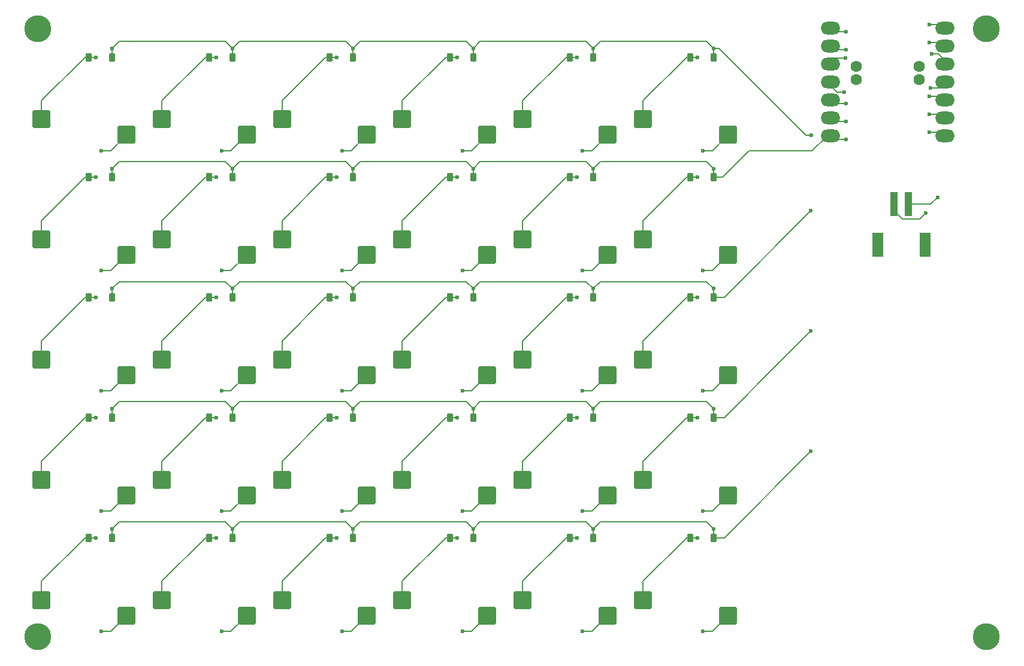
<source format=gbr>
%TF.GenerationSoftware,KiCad,Pcbnew,9.0.7*%
%TF.CreationDate,2026-01-26T14:59:17-06:00*%
%TF.ProjectId,LillyKey,4c696c6c-794b-4657-992e-6b696361645f,rev?*%
%TF.SameCoordinates,Original*%
%TF.FileFunction,Copper,L2,Bot*%
%TF.FilePolarity,Positive*%
%FSLAX46Y46*%
G04 Gerber Fmt 4.6, Leading zero omitted, Abs format (unit mm)*
G04 Created by KiCad (PCBNEW 9.0.7) date 2026-01-26 14:59:17*
%MOMM*%
%LPD*%
G01*
G04 APERTURE LIST*
G04 Aperture macros list*
%AMRoundRect*
0 Rectangle with rounded corners*
0 $1 Rounding radius*
0 $2 $3 $4 $5 $6 $7 $8 $9 X,Y pos of 4 corners*
0 Add a 4 corners polygon primitive as box body*
4,1,4,$2,$3,$4,$5,$6,$7,$8,$9,$2,$3,0*
0 Add four circle primitives for the rounded corners*
1,1,$1+$1,$2,$3*
1,1,$1+$1,$4,$5*
1,1,$1+$1,$6,$7*
1,1,$1+$1,$8,$9*
0 Add four rect primitives between the rounded corners*
20,1,$1+$1,$2,$3,$4,$5,0*
20,1,$1+$1,$4,$5,$6,$7,0*
20,1,$1+$1,$6,$7,$8,$9,0*
20,1,$1+$1,$8,$9,$2,$3,0*%
G04 Aperture macros list end*
%TA.AperFunction,SMDPad,CuDef*%
%ADD10RoundRect,0.250000X1.025000X1.000000X-1.025000X1.000000X-1.025000X-1.000000X1.025000X-1.000000X0*%
%TD*%
%TA.AperFunction,SMDPad,CuDef*%
%ADD11RoundRect,0.225000X-0.225000X-0.375000X0.225000X-0.375000X0.225000X0.375000X-0.225000X0.375000X0*%
%TD*%
%TA.AperFunction,SMDPad,CuDef*%
%ADD12R,0.990600X3.505200*%
%TD*%
%TA.AperFunction,SMDPad,CuDef*%
%ADD13R,1.498600X3.403600*%
%TD*%
%TA.AperFunction,ComponentPad*%
%ADD14C,3.800000*%
%TD*%
%TA.AperFunction,SMDPad,CuDef*%
%ADD15O,2.750000X1.800000*%
%TD*%
%TA.AperFunction,ComponentPad*%
%ADD16C,1.600000*%
%TD*%
%TA.AperFunction,ViaPad*%
%ADD17C,0.600000*%
%TD*%
%TA.AperFunction,Conductor*%
%ADD18C,0.200000*%
%TD*%
G04 APERTURE END LIST*
D10*
%TO.P,SW10,2,2*%
%TO.N,Net-(D10-A)*%
X76500000Y-54800000D03*
%TO.P,SW10,1,1*%
%TO.N,/COL3*%
X88500000Y-57000000D03*
%TD*%
%TO.P,SW30,2,2*%
%TO.N,Net-(D30-A)*%
X110500000Y-105800000D03*
%TO.P,SW30,1,1*%
%TO.N,/COL5*%
X122500000Y-108000000D03*
%TD*%
%TO.P,SW29,2,2*%
%TO.N,Net-(D29-A)*%
X93500000Y-105800000D03*
%TO.P,SW29,1,1*%
%TO.N,/COL4*%
X105500000Y-108000000D03*
%TD*%
%TO.P,SW28,2,2*%
%TO.N,Net-(D28-A)*%
X76500000Y-105800000D03*
%TO.P,SW28,1,1*%
%TO.N,/COL3*%
X88500000Y-108000000D03*
%TD*%
%TO.P,SW27,2,2*%
%TO.N,Net-(D27-A)*%
X59500000Y-105800000D03*
%TO.P,SW27,1,1*%
%TO.N,/COL2*%
X71500000Y-108000000D03*
%TD*%
%TO.P,SW26,2,2*%
%TO.N,Net-(D26-A)*%
X42500000Y-105800000D03*
%TO.P,SW26,1,1*%
%TO.N,/COL1*%
X54500000Y-108000000D03*
%TD*%
%TO.P,SW25,2,2*%
%TO.N,Net-(D25-A)*%
X25500000Y-105800000D03*
%TO.P,SW25,1,1*%
%TO.N,/COL0*%
X37500000Y-108000000D03*
%TD*%
%TO.P,SW24,2,2*%
%TO.N,Net-(D24-A)*%
X110500000Y-88800000D03*
%TO.P,SW24,1,1*%
%TO.N,/COL5*%
X122500000Y-91000000D03*
%TD*%
%TO.P,SW23,2,2*%
%TO.N,Net-(D23-A)*%
X93500000Y-88800000D03*
%TO.P,SW23,1,1*%
%TO.N,/COL4*%
X105500000Y-91000000D03*
%TD*%
%TO.P,SW22,2,2*%
%TO.N,Net-(D22-A)*%
X76500000Y-88800000D03*
%TO.P,SW22,1,1*%
%TO.N,/COL3*%
X88500000Y-91000000D03*
%TD*%
%TO.P,SW21,2,2*%
%TO.N,Net-(D21-A)*%
X59500000Y-88800000D03*
%TO.P,SW21,1,1*%
%TO.N,/COL2*%
X71500000Y-91000000D03*
%TD*%
%TO.P,SW20,2,2*%
%TO.N,Net-(D20-A)*%
X42500000Y-88800000D03*
%TO.P,SW20,1,1*%
%TO.N,/COL1*%
X54500000Y-91000000D03*
%TD*%
%TO.P,SW19,2,2*%
%TO.N,Net-(D19-A)*%
X25500000Y-88800000D03*
%TO.P,SW19,1,1*%
%TO.N,/COL0*%
X37500000Y-91000000D03*
%TD*%
%TO.P,SW18,2,2*%
%TO.N,Net-(D18-A)*%
X110500000Y-71800000D03*
%TO.P,SW18,1,1*%
%TO.N,/COL5*%
X122500000Y-74000000D03*
%TD*%
%TO.P,SW17,2,2*%
%TO.N,Net-(D17-A)*%
X93500000Y-71800000D03*
%TO.P,SW17,1,1*%
%TO.N,/COL4*%
X105500000Y-74000000D03*
%TD*%
%TO.P,SW16,2,2*%
%TO.N,Net-(D16-A)*%
X76500000Y-71800000D03*
%TO.P,SW16,1,1*%
%TO.N,/COL3*%
X88500000Y-74000000D03*
%TD*%
%TO.P,SW15,2,2*%
%TO.N,Net-(D15-A)*%
X59500000Y-71800000D03*
%TO.P,SW15,1,1*%
%TO.N,/COL2*%
X71500000Y-74000000D03*
%TD*%
%TO.P,SW14,2,2*%
%TO.N,Net-(D14-A)*%
X42500000Y-71800000D03*
%TO.P,SW14,1,1*%
%TO.N,/COL1*%
X54500000Y-74000000D03*
%TD*%
%TO.P,SW13,2,2*%
%TO.N,Net-(D13-A)*%
X25500000Y-71800000D03*
%TO.P,SW13,1,1*%
%TO.N,/COL0*%
X37500000Y-74000000D03*
%TD*%
%TO.P,SW12,2,2*%
%TO.N,Net-(D12-A)*%
X110500000Y-54800000D03*
%TO.P,SW12,1,1*%
%TO.N,/COL5*%
X122500000Y-57000000D03*
%TD*%
%TO.P,SW11,2,2*%
%TO.N,Net-(D11-A)*%
X93500000Y-54800000D03*
%TO.P,SW11,1,1*%
%TO.N,/COL4*%
X105500000Y-57000000D03*
%TD*%
%TO.P,SW9,2,2*%
%TO.N,Net-(D9-A)*%
X59500000Y-54800000D03*
%TO.P,SW9,1,1*%
%TO.N,/COL2*%
X71500000Y-57000000D03*
%TD*%
%TO.P,SW8,2,2*%
%TO.N,Net-(D8-A)*%
X42500000Y-54800000D03*
%TO.P,SW8,1,1*%
%TO.N,/COL1*%
X54500000Y-57000000D03*
%TD*%
%TO.P,SW7,2,2*%
%TO.N,Net-(D7-A)*%
X25500000Y-54800000D03*
%TO.P,SW7,1,1*%
%TO.N,/COL0*%
X37500000Y-57000000D03*
%TD*%
%TO.P,SW6,2,2*%
%TO.N,Net-(D6-A)*%
X110500000Y-37800000D03*
%TO.P,SW6,1,1*%
%TO.N,/COL5*%
X122500000Y-40000000D03*
%TD*%
%TO.P,SW5,2,2*%
%TO.N,Net-(D5-A)*%
X93500000Y-37800000D03*
%TO.P,SW5,1,1*%
%TO.N,/COL4*%
X105500000Y-40000000D03*
%TD*%
%TO.P,SW4,2,2*%
%TO.N,Net-(D4-A)*%
X76500000Y-37800000D03*
%TO.P,SW4,1,1*%
%TO.N,/COL3*%
X88500000Y-40000000D03*
%TD*%
%TO.P,SW3,2,2*%
%TO.N,Net-(D3-A)*%
X59500000Y-37800000D03*
%TO.P,SW3,1,1*%
%TO.N,/COL2*%
X71500000Y-40000000D03*
%TD*%
%TO.P,SW2,2,2*%
%TO.N,Net-(D2-A)*%
X42500000Y-37800000D03*
%TO.P,SW2,1,1*%
%TO.N,/COL1*%
X54500000Y-40000000D03*
%TD*%
%TO.P,SW1,2,2*%
%TO.N,Net-(D1-A)*%
X25500000Y-37800000D03*
%TO.P,SW1,1,1*%
%TO.N,/COL0*%
X37500000Y-40000000D03*
%TD*%
D11*
%TO.P,D2,2,A*%
%TO.N,Net-(D2-A)*%
X49200000Y-29000000D03*
%TO.P,D2,1,K*%
%TO.N,/ROW0*%
X52500000Y-29000000D03*
%TD*%
D12*
%TO.P,J1,2,Pin_2*%
%TO.N,GND*%
X145999999Y-49809999D03*
D13*
%TO.P,J1,4*%
%TO.N,N/C*%
X143649999Y-55560000D03*
D12*
%TO.P,J1,1,Pin_1*%
%TO.N,/VBAT*%
X148000001Y-49809999D03*
D13*
%TO.P,J1,3*%
%TO.N,N/C*%
X150350001Y-55560000D03*
%TD*%
D11*
%TO.P,D30,1,K*%
%TO.N,/ROW4*%
X120500000Y-97000000D03*
%TO.P,D30,2,A*%
%TO.N,Net-(D30-A)*%
X117200000Y-97000000D03*
%TD*%
%TO.P,D29,1,K*%
%TO.N,/ROW4*%
X103500000Y-97000000D03*
%TO.P,D29,2,A*%
%TO.N,Net-(D29-A)*%
X100200000Y-97000000D03*
%TD*%
%TO.P,D28,1,K*%
%TO.N,/ROW4*%
X86500000Y-97000000D03*
%TO.P,D28,2,A*%
%TO.N,Net-(D28-A)*%
X83200000Y-97000000D03*
%TD*%
%TO.P,D27,1,K*%
%TO.N,/ROW4*%
X69500000Y-97000000D03*
%TO.P,D27,2,A*%
%TO.N,Net-(D27-A)*%
X66200000Y-97000000D03*
%TD*%
%TO.P,D26,1,K*%
%TO.N,/ROW4*%
X52500000Y-97000000D03*
%TO.P,D26,2,A*%
%TO.N,Net-(D26-A)*%
X49200000Y-97000000D03*
%TD*%
%TO.P,D25,1,K*%
%TO.N,/ROW4*%
X35500000Y-97000000D03*
%TO.P,D25,2,A*%
%TO.N,Net-(D25-A)*%
X32200000Y-97000000D03*
%TD*%
%TO.P,D24,1,K*%
%TO.N,/ROW3*%
X120500000Y-80000000D03*
%TO.P,D24,2,A*%
%TO.N,Net-(D24-A)*%
X117200000Y-80000000D03*
%TD*%
%TO.P,D23,1,K*%
%TO.N,/ROW3*%
X103500000Y-80000000D03*
%TO.P,D23,2,A*%
%TO.N,Net-(D23-A)*%
X100200000Y-80000000D03*
%TD*%
%TO.P,D22,1,K*%
%TO.N,/ROW3*%
X86500000Y-80000000D03*
%TO.P,D22,2,A*%
%TO.N,Net-(D22-A)*%
X83200000Y-80000000D03*
%TD*%
%TO.P,D21,1,K*%
%TO.N,/ROW3*%
X69500000Y-80000000D03*
%TO.P,D21,2,A*%
%TO.N,Net-(D21-A)*%
X66200000Y-80000000D03*
%TD*%
%TO.P,D20,1,K*%
%TO.N,/ROW3*%
X52500000Y-80000000D03*
%TO.P,D20,2,A*%
%TO.N,Net-(D20-A)*%
X49200000Y-80000000D03*
%TD*%
%TO.P,D19,1,K*%
%TO.N,/ROW3*%
X35500000Y-80000000D03*
%TO.P,D19,2,A*%
%TO.N,Net-(D19-A)*%
X32200000Y-80000000D03*
%TD*%
%TO.P,D18,1,K*%
%TO.N,/ROW2*%
X120500000Y-63000000D03*
%TO.P,D18,2,A*%
%TO.N,Net-(D18-A)*%
X117200000Y-63000000D03*
%TD*%
%TO.P,D17,1,K*%
%TO.N,/ROW2*%
X103500000Y-63000000D03*
%TO.P,D17,2,A*%
%TO.N,Net-(D17-A)*%
X100200000Y-63000000D03*
%TD*%
%TO.P,D16,1,K*%
%TO.N,/ROW2*%
X86500000Y-63000000D03*
%TO.P,D16,2,A*%
%TO.N,Net-(D16-A)*%
X83200000Y-63000000D03*
%TD*%
%TO.P,D15,1,K*%
%TO.N,/ROW2*%
X69500000Y-63000000D03*
%TO.P,D15,2,A*%
%TO.N,Net-(D15-A)*%
X66200000Y-63000000D03*
%TD*%
%TO.P,D14,1,K*%
%TO.N,/ROW2*%
X52500000Y-63000000D03*
%TO.P,D14,2,A*%
%TO.N,Net-(D14-A)*%
X49200000Y-63000000D03*
%TD*%
%TO.P,D13,1,K*%
%TO.N,/ROW2*%
X35500000Y-63000000D03*
%TO.P,D13,2,A*%
%TO.N,Net-(D13-A)*%
X32200000Y-63000000D03*
%TD*%
%TO.P,D12,1,K*%
%TO.N,/ROW1*%
X120500000Y-46000000D03*
%TO.P,D12,2,A*%
%TO.N,Net-(D12-A)*%
X117200000Y-46000000D03*
%TD*%
%TO.P,D11,1,K*%
%TO.N,/ROW1*%
X103500000Y-46000000D03*
%TO.P,D11,2,A*%
%TO.N,Net-(D11-A)*%
X100200000Y-46000000D03*
%TD*%
%TO.P,D10,1,K*%
%TO.N,/ROW1*%
X86500000Y-46000000D03*
%TO.P,D10,2,A*%
%TO.N,Net-(D10-A)*%
X83200000Y-46000000D03*
%TD*%
%TO.P,D9,1,K*%
%TO.N,/ROW1*%
X69500000Y-46000000D03*
%TO.P,D9,2,A*%
%TO.N,Net-(D9-A)*%
X66200000Y-46000000D03*
%TD*%
%TO.P,D8,1,K*%
%TO.N,/ROW1*%
X52500000Y-46000000D03*
%TO.P,D8,2,A*%
%TO.N,Net-(D8-A)*%
X49200000Y-46000000D03*
%TD*%
%TO.P,D7,1,K*%
%TO.N,/ROW1*%
X35500000Y-46000000D03*
%TO.P,D7,2,A*%
%TO.N,Net-(D7-A)*%
X32200000Y-46000000D03*
%TD*%
%TO.P,D6,1,K*%
%TO.N,/ROW0*%
X120500000Y-29000000D03*
%TO.P,D6,2,A*%
%TO.N,Net-(D6-A)*%
X117200000Y-29000000D03*
%TD*%
%TO.P,D5,1,K*%
%TO.N,/ROW0*%
X103500000Y-29000000D03*
%TO.P,D5,2,A*%
%TO.N,Net-(D5-A)*%
X100200000Y-29000000D03*
%TD*%
%TO.P,D4,1,K*%
%TO.N,/ROW0*%
X86500000Y-29000000D03*
%TO.P,D4,2,A*%
%TO.N,Net-(D4-A)*%
X83200000Y-29000000D03*
%TD*%
%TO.P,D3,1,K*%
%TO.N,/ROW0*%
X69500000Y-29000000D03*
%TO.P,D3,2,A*%
%TO.N,Net-(D3-A)*%
X66200000Y-29000000D03*
%TD*%
%TO.P,D1,1,K*%
%TO.N,/ROW0*%
X35500000Y-29000000D03*
%TO.P,D1,2,A*%
%TO.N,Net-(D1-A)*%
X32200000Y-29000000D03*
%TD*%
D14*
%TO.P,REF\u002A\u002A,1*%
%TO.N,N/C*%
X25000000Y-111000000D03*
%TD*%
%TO.P,REF\u002A\u002A,1*%
%TO.N,N/C*%
X159000000Y-111000000D03*
%TD*%
%TO.P,REF\u002A\u002A,1*%
%TO.N,N/C*%
X159000000Y-25000000D03*
%TD*%
%TO.P,REF\u002A\u002A,1*%
%TO.N,N/C*%
X25000000Y-25000000D03*
%TD*%
D15*
%TO.P,U2,1,P0.02_A0_D0*%
%TO.N,/COL5*%
X153204960Y-24880000D03*
%TO.P,U2,2,P0.03_A1_D1*%
%TO.N,/COL4*%
X153204960Y-27420000D03*
%TO.P,U2,3,P0.28_A2_D2*%
%TO.N,/COL3*%
X153204960Y-29960000D03*
%TO.P,U2,4,P0.29_A3_D3*%
%TO.N,/COL2*%
X153204960Y-32500000D03*
%TO.P,U2,5,P0.04_A4_D4_SDA*%
%TO.N,/COL1*%
X153204960Y-35040000D03*
%TO.P,U2,6,P0.05_A5_D5_SCL*%
%TO.N,/COL0*%
X153204960Y-37580000D03*
%TO.P,U2,7,P1.11_D6_TX*%
%TO.N,/ROW0*%
X153204960Y-40120000D03*
D16*
%TO.P,U2,32,BAT*%
%TO.N,/VBAT*%
X149555000Y-32183000D03*
%TO.P,U2,20*%
%TO.N,N/C*%
X149555000Y-30278000D03*
D15*
%TO.P,U2,8,P1.12_D7_RX*%
%TO.N,/ROW1*%
X137015040Y-40120000D03*
%TO.P,U2,9,P1.13_D8_SCK*%
%TO.N,/ROW2*%
X137015040Y-37580000D03*
%TO.P,U2,10,P1.14_D9_MISO*%
%TO.N,/ROW3*%
X137015040Y-35040000D03*
%TO.P,U2,11,P1.15_D10_MOSI*%
%TO.N,/ROW4*%
X137015040Y-32500000D03*
%TO.P,U2,12,3V3*%
%TO.N,unconnected-(U2-3V3-Pad12)*%
X137015040Y-29960000D03*
%TO.P,U2,13,GND*%
%TO.N,GND*%
X137015040Y-27420000D03*
%TO.P,U2,14,5V*%
%TO.N,unconnected-(U2-5V-Pad14)*%
X137015040Y-24880000D03*
D16*
%TO.P,U2,32,BAT*%
%TO.N,/VBAT*%
X140665000Y-32183000D03*
%TO.P,U2,20*%
%TO.N,N/C*%
X140665000Y-30278000D03*
%TD*%
D17*
%TO.N,Net-(D2-A)*%
X50216000Y-29000000D03*
%TO.N,Net-(D1-A)*%
X33216000Y-29000000D03*
%TO.N,Net-(D3-A)*%
X67216000Y-29000000D03*
%TO.N,Net-(D4-A)*%
X84216000Y-29000000D03*
%TO.N,Net-(D5-A)*%
X101216000Y-29000000D03*
%TO.N,Net-(D6-A)*%
X118216000Y-29000000D03*
%TO.N,Net-(D8-A)*%
X50216000Y-46000000D03*
%TO.N,Net-(D9-A)*%
X67216000Y-46000000D03*
%TO.N,Net-(D10-A)*%
X84216000Y-46000000D03*
%TO.N,Net-(D11-A)*%
X101216000Y-46000000D03*
%TO.N,Net-(D12-A)*%
X118216000Y-46000000D03*
%TO.N,Net-(D13-A)*%
X33216000Y-63000000D03*
%TO.N,Net-(D15-A)*%
X67216000Y-63000000D03*
%TO.N,Net-(D16-A)*%
X84216000Y-63000000D03*
%TO.N,Net-(D17-A)*%
X101216000Y-63000000D03*
%TO.N,Net-(D18-A)*%
X118216000Y-63000000D03*
%TO.N,Net-(D19-A)*%
X33216000Y-80000000D03*
%TO.N,Net-(D20-A)*%
X50216000Y-80000000D03*
%TO.N,Net-(D22-A)*%
X84216000Y-80000000D03*
%TO.N,Net-(D23-A)*%
X101216000Y-80000000D03*
%TO.N,Net-(D24-A)*%
X118216000Y-80000000D03*
%TO.N,Net-(D7-A)*%
X33216000Y-46000000D03*
%TO.N,Net-(D14-A)*%
X50216000Y-63000000D03*
%TO.N,Net-(D21-A)*%
X67216000Y-80000000D03*
%TO.N,GND*%
X150476002Y-51031999D03*
X139220000Y-27940000D03*
%TO.N,unconnected-(U2-5V-Pad14)*%
X139220000Y-25400000D03*
%TO.N,unconnected-(U2-3V3-Pad12)*%
X139080040Y-29140000D03*
%TO.N,Net-(D25-A)*%
X33216000Y-97000000D03*
%TO.N,Net-(D26-A)*%
X50216000Y-97000000D03*
%TO.N,Net-(D27-A)*%
X67216000Y-97000000D03*
%TO.N,Net-(D28-A)*%
X84216000Y-97000000D03*
%TO.N,Net-(D29-A)*%
X101216000Y-97000000D03*
%TO.N,Net-(D30-A)*%
X118216000Y-97000000D03*
%TO.N,/ROW0*%
X35500000Y-27750000D03*
X69500000Y-27750000D03*
X120500000Y-27750000D03*
X52500000Y-27750000D03*
X86500000Y-27750000D03*
X151000000Y-39600000D03*
X103500000Y-27750000D03*
X134299265Y-40049265D03*
%TO.N,/ROW1*%
X120500000Y-44750000D03*
X86500000Y-44750000D03*
X35500000Y-44750000D03*
X69500000Y-44750000D03*
X52500000Y-44750000D03*
X103500000Y-44750000D03*
X139220000Y-40640000D03*
%TO.N,/ROW2*%
X86500000Y-61750000D03*
X103500000Y-61750000D03*
X139220000Y-38100000D03*
X35500000Y-61750000D03*
X120500000Y-61750000D03*
X52500000Y-61750000D03*
X69500000Y-61750000D03*
X134250000Y-50750000D03*
%TO.N,/ROW3*%
X86500000Y-78750000D03*
X35500000Y-78750000D03*
X103500000Y-78750000D03*
X69500000Y-78750000D03*
X134250000Y-67750000D03*
X120500000Y-78750000D03*
X52500000Y-78750000D03*
X139220000Y-35560000D03*
%TO.N,/ROW4*%
X134250000Y-84750000D03*
X103500000Y-95750000D03*
X52500000Y-95750000D03*
X86500000Y-95750000D03*
X69500000Y-95750000D03*
X120500000Y-95750000D03*
X138947960Y-33920000D03*
X35500000Y-95750000D03*
%TO.N,/VBAT*%
X152158002Y-48809999D03*
%TO.N,/COL0*%
X151000000Y-37060000D03*
X33978000Y-93208000D03*
X33978000Y-42208000D03*
X33978000Y-110208000D03*
X33978000Y-59208000D03*
X33978000Y-76208000D03*
%TO.N,/COL1*%
X50978000Y-110208000D03*
X151000000Y-34520000D03*
X50978000Y-59208000D03*
X50978000Y-42208000D03*
X50978000Y-76208000D03*
X50978000Y-93208000D03*
%TO.N,/COL2*%
X151139960Y-33320000D03*
X67978000Y-59208000D03*
X67978000Y-93208000D03*
X67978000Y-42208000D03*
X67978000Y-110208000D03*
X67978000Y-76208000D03*
%TO.N,/COL3*%
X151272040Y-28540000D03*
X84978000Y-93208000D03*
X84978000Y-76208000D03*
X84978000Y-59208000D03*
X84978000Y-110208000D03*
X84978000Y-42208000D03*
%TO.N,/COL4*%
X101978000Y-42208000D03*
X101978000Y-110208000D03*
X151000000Y-26900000D03*
X101978000Y-59208000D03*
X101978000Y-76208000D03*
X101978000Y-93208000D03*
%TO.N,/COL5*%
X118978000Y-59208000D03*
X118978000Y-42208000D03*
X118978000Y-76208000D03*
X118978000Y-93208000D03*
X151000000Y-24360000D03*
X118978000Y-110208000D03*
%TD*%
D18*
%TO.N,Net-(D2-A)*%
X50216000Y-29000000D02*
X49200000Y-29000000D01*
X48660108Y-29000000D02*
X49200000Y-29000000D01*
%TO.N,Net-(D1-A)*%
X25500000Y-35160108D02*
X31660108Y-29000000D01*
X33216000Y-29000000D02*
X32200000Y-29000000D01*
X31660108Y-29000000D02*
X32200000Y-29000000D01*
X25500000Y-37800000D02*
X25500000Y-35160108D01*
%TO.N,Net-(D2-A)*%
X42500000Y-37800000D02*
X42500000Y-35160108D01*
X42500000Y-35160108D02*
X48660108Y-29000000D01*
%TO.N,Net-(D3-A)*%
X59500000Y-37800000D02*
X59500000Y-35160108D01*
X65660108Y-29000000D02*
X66200000Y-29000000D01*
X59500000Y-35160108D02*
X65660108Y-29000000D01*
X67216000Y-29000000D02*
X66200000Y-29000000D01*
%TO.N,Net-(D4-A)*%
X84216000Y-29000000D02*
X83200000Y-29000000D01*
X76500000Y-37800000D02*
X76500000Y-35160108D01*
X76500000Y-35160108D02*
X82660108Y-29000000D01*
X82660108Y-29000000D02*
X83200000Y-29000000D01*
%TO.N,Net-(D5-A)*%
X93500000Y-37800000D02*
X93500000Y-35160108D01*
X101216000Y-29000000D02*
X100200000Y-29000000D01*
X99660108Y-29000000D02*
X100200000Y-29000000D01*
X93500000Y-35160108D02*
X99660108Y-29000000D01*
%TO.N,Net-(D6-A)*%
X110500000Y-35160108D02*
X116660108Y-29000000D01*
X110500000Y-37800000D02*
X110500000Y-35160108D01*
X116660108Y-29000000D02*
X117200000Y-29000000D01*
X118216000Y-29000000D02*
X117200000Y-29000000D01*
%TO.N,Net-(D8-A)*%
X50216000Y-46000000D02*
X49200000Y-46000000D01*
X48660108Y-46000000D02*
X49200000Y-46000000D01*
X42500000Y-54800000D02*
X42500000Y-52160108D01*
X42500000Y-52160108D02*
X48660108Y-46000000D01*
%TO.N,Net-(D9-A)*%
X59500000Y-52160108D02*
X65660108Y-46000000D01*
X59500000Y-54800000D02*
X59500000Y-52160108D01*
X67216000Y-46000000D02*
X66200000Y-46000000D01*
X65660108Y-46000000D02*
X66200000Y-46000000D01*
%TO.N,Net-(D10-A)*%
X84216000Y-46000000D02*
X83200000Y-46000000D01*
X76500000Y-52160108D02*
X82660108Y-46000000D01*
X76500000Y-54800000D02*
X76500000Y-52160108D01*
X82660108Y-46000000D02*
X83200000Y-46000000D01*
%TO.N,Net-(D11-A)*%
X99660108Y-46000000D02*
X100200000Y-46000000D01*
X93500000Y-54800000D02*
X93500000Y-52160108D01*
X93500000Y-52160108D02*
X99660108Y-46000000D01*
X101216000Y-46000000D02*
X100200000Y-46000000D01*
%TO.N,Net-(D12-A)*%
X116660108Y-46000000D02*
X117200000Y-46000000D01*
X110500000Y-54800000D02*
X110500000Y-52160108D01*
X110500000Y-52160108D02*
X116660108Y-46000000D01*
X118216000Y-46000000D02*
X117200000Y-46000000D01*
%TO.N,Net-(D13-A)*%
X25500000Y-69160108D02*
X31660108Y-63000000D01*
X33216000Y-63000000D02*
X32200000Y-63000000D01*
X25500000Y-71800000D02*
X25500000Y-69160108D01*
X31660108Y-63000000D02*
X32200000Y-63000000D01*
%TO.N,Net-(D15-A)*%
X59500000Y-69160108D02*
X65660108Y-63000000D01*
X59500000Y-71800000D02*
X59500000Y-69160108D01*
X65660108Y-63000000D02*
X66200000Y-63000000D01*
X67216000Y-63000000D02*
X66200000Y-63000000D01*
%TO.N,Net-(D16-A)*%
X82660108Y-63000000D02*
X83200000Y-63000000D01*
X76500000Y-69160108D02*
X82660108Y-63000000D01*
X84216000Y-63000000D02*
X83200000Y-63000000D01*
X76500000Y-71800000D02*
X76500000Y-69160108D01*
%TO.N,Net-(D17-A)*%
X99660108Y-63000000D02*
X100200000Y-63000000D01*
X101216000Y-63000000D02*
X100200000Y-63000000D01*
X93500000Y-71800000D02*
X93500000Y-69160108D01*
X93500000Y-69160108D02*
X99660108Y-63000000D01*
%TO.N,Net-(D18-A)*%
X110500000Y-69160108D02*
X116660108Y-63000000D01*
X116660108Y-63000000D02*
X117200000Y-63000000D01*
X110500000Y-71800000D02*
X110500000Y-69160108D01*
X118216000Y-63000000D02*
X117200000Y-63000000D01*
%TO.N,Net-(D19-A)*%
X25500000Y-88800000D02*
X25500000Y-86160108D01*
X31660108Y-80000000D02*
X32200000Y-80000000D01*
X25500000Y-86160108D02*
X31660108Y-80000000D01*
X33216000Y-80000000D02*
X32200000Y-80000000D01*
%TO.N,Net-(D20-A)*%
X42500000Y-88800000D02*
X42500000Y-86160108D01*
X48660108Y-80000000D02*
X49200000Y-80000000D01*
X42500000Y-86160108D02*
X48660108Y-80000000D01*
X50216000Y-80000000D02*
X49200000Y-80000000D01*
%TO.N,Net-(D22-A)*%
X76500000Y-86160108D02*
X82660108Y-80000000D01*
X76500000Y-88800000D02*
X76500000Y-86160108D01*
X82660108Y-80000000D02*
X83200000Y-80000000D01*
X84216000Y-80000000D02*
X83200000Y-80000000D01*
%TO.N,Net-(D23-A)*%
X93500000Y-86160108D02*
X99660108Y-80000000D01*
X99660108Y-80000000D02*
X100200000Y-80000000D01*
X101216000Y-80000000D02*
X100200000Y-80000000D01*
X93500000Y-88800000D02*
X93500000Y-86160108D01*
%TO.N,Net-(D24-A)*%
X118216000Y-80000000D02*
X117200000Y-80000000D01*
X110500000Y-86160108D02*
X116660108Y-80000000D01*
X116660108Y-80000000D02*
X117200000Y-80000000D01*
X110500000Y-88800000D02*
X110500000Y-86160108D01*
%TO.N,Net-(D7-A)*%
X25500000Y-52160108D02*
X31660108Y-46000000D01*
X31660108Y-46000000D02*
X32200000Y-46000000D01*
X25500000Y-54800000D02*
X25500000Y-52160108D01*
X33216000Y-46000000D02*
X32200000Y-46000000D01*
%TO.N,Net-(D14-A)*%
X42500000Y-71800000D02*
X42500000Y-69160108D01*
X42500000Y-69160108D02*
X48660108Y-63000000D01*
X48660108Y-63000000D02*
X49200000Y-63000000D01*
X50216000Y-63000000D02*
X49200000Y-63000000D01*
%TO.N,Net-(D21-A)*%
X67216000Y-80000000D02*
X66200000Y-80000000D01*
X59500000Y-88800000D02*
X59500000Y-86160108D01*
X59500000Y-86160108D02*
X65660108Y-80000000D01*
X65660108Y-80000000D02*
X66200000Y-80000000D01*
%TO.N,GND*%
X149644402Y-51863599D02*
X147203701Y-51863599D01*
X150476002Y-51031999D02*
X149644402Y-51863599D01*
X145999999Y-50659897D02*
X145999999Y-49809999D01*
X137060040Y-27940000D02*
X139220000Y-27940000D01*
X136540040Y-27420000D02*
X137060040Y-27940000D01*
X147203701Y-51863599D02*
X145999999Y-50659897D01*
%TO.N,unconnected-(U2-5V-Pad14)*%
X136540040Y-24880000D02*
X137060040Y-25400000D01*
X137060040Y-25400000D02*
X139220000Y-25400000D01*
%TO.N,unconnected-(U2-3V3-Pad12)*%
X137360040Y-29140000D02*
X139080040Y-29140000D01*
X136540040Y-29960000D02*
X137360040Y-29140000D01*
%TO.N,Net-(D25-A)*%
X25500000Y-105800000D02*
X25500000Y-103160108D01*
X33216000Y-97000000D02*
X32200000Y-97000000D01*
X25500000Y-103160108D02*
X31660108Y-97000000D01*
X31660108Y-97000000D02*
X32200000Y-97000000D01*
%TO.N,Net-(D26-A)*%
X50216000Y-97000000D02*
X49200000Y-97000000D01*
X48660108Y-97000000D02*
X49200000Y-97000000D01*
X42500000Y-103160108D02*
X48660108Y-97000000D01*
X42500000Y-105800000D02*
X42500000Y-103160108D01*
%TO.N,Net-(D27-A)*%
X67216000Y-97000000D02*
X66200000Y-97000000D01*
X65660108Y-97000000D02*
X66200000Y-97000000D01*
X59500000Y-103160108D02*
X65660108Y-97000000D01*
X59500000Y-105800000D02*
X59500000Y-103160108D01*
%TO.N,Net-(D28-A)*%
X76500000Y-103160108D02*
X82660108Y-97000000D01*
X76500000Y-105800000D02*
X76500000Y-103160108D01*
X84216000Y-97000000D02*
X83200000Y-97000000D01*
X82660108Y-97000000D02*
X83200000Y-97000000D01*
%TO.N,Net-(D29-A)*%
X93500000Y-103160108D02*
X99660108Y-97000000D01*
X101216000Y-97000000D02*
X100200000Y-97000000D01*
X93500000Y-105800000D02*
X93500000Y-103160108D01*
X99660108Y-97000000D02*
X100200000Y-97000000D01*
%TO.N,Net-(D30-A)*%
X110500000Y-105800000D02*
X110500000Y-103160108D01*
X110500000Y-103160108D02*
X116660108Y-97000000D01*
X116660108Y-97000000D02*
X117200000Y-97000000D01*
X118216000Y-97000000D02*
X117200000Y-97000000D01*
%TO.N,/ROW0*%
X120500000Y-29000000D02*
X120500000Y-27750000D01*
X153159960Y-39600000D02*
X151000000Y-39600000D01*
X69500000Y-27750000D02*
X70500000Y-26750000D01*
X133549265Y-40049265D02*
X121250000Y-27750000D01*
X153679960Y-40120000D02*
X153159960Y-39600000D01*
X52500000Y-29000000D02*
X52500000Y-27750000D01*
X51500000Y-26750000D02*
X52500000Y-27750000D01*
X87500000Y-26750000D02*
X102500000Y-26750000D01*
X119500000Y-26750000D02*
X120500000Y-27750000D01*
X85500000Y-26750000D02*
X86500000Y-27750000D01*
X121250000Y-27750000D02*
X120500000Y-27750000D01*
X68500000Y-26750000D02*
X69500000Y-27750000D01*
X52500000Y-27750000D02*
X53500000Y-26750000D01*
X35500000Y-27750000D02*
X36500000Y-26750000D01*
X35500000Y-29000000D02*
X35500000Y-27750000D01*
X102500000Y-26750000D02*
X103500000Y-27750000D01*
X103500000Y-27750000D02*
X104500000Y-26750000D01*
X53500000Y-26750000D02*
X68500000Y-26750000D01*
X36500000Y-26750000D02*
X51500000Y-26750000D01*
X86500000Y-27750000D02*
X87500000Y-26750000D01*
X70500000Y-26750000D02*
X85500000Y-26750000D01*
X104500000Y-26750000D02*
X119500000Y-26750000D01*
X134299265Y-40049265D02*
X133549265Y-40049265D01*
X69500000Y-29000000D02*
X69500000Y-27750000D01*
X86500000Y-29000000D02*
X86500000Y-27750000D01*
X103500000Y-29000000D02*
X103500000Y-27750000D01*
%TO.N,/ROW1*%
X69500000Y-46000000D02*
X69500000Y-44750000D01*
X53500000Y-43750000D02*
X68500000Y-43750000D01*
X134410040Y-42250000D02*
X136540040Y-40120000D01*
X36500000Y-43750000D02*
X51500000Y-43750000D01*
X102500000Y-43750000D02*
X103500000Y-44750000D01*
X137060040Y-40640000D02*
X139220000Y-40640000D01*
X68500000Y-43750000D02*
X69500000Y-44750000D01*
X70500000Y-43750000D02*
X85500000Y-43750000D01*
X87500000Y-43750000D02*
X102500000Y-43750000D01*
X136540040Y-40120000D02*
X137060040Y-40640000D01*
X120500000Y-46000000D02*
X120500000Y-44750000D01*
X85500000Y-43750000D02*
X86500000Y-44750000D01*
X103500000Y-46000000D02*
X103500000Y-44750000D01*
X104500000Y-43750000D02*
X119500000Y-43750000D01*
X121750000Y-46000000D02*
X125500000Y-42250000D01*
X69500000Y-44750000D02*
X70500000Y-43750000D01*
X52500000Y-46000000D02*
X52500000Y-44750000D01*
X86500000Y-46000000D02*
X86500000Y-44750000D01*
X120500000Y-46000000D02*
X121750000Y-46000000D01*
X35500000Y-44750000D02*
X36500000Y-43750000D01*
X86500000Y-44750000D02*
X87500000Y-43750000D01*
X119500000Y-43750000D02*
X120500000Y-44750000D01*
X103500000Y-44750000D02*
X104500000Y-43750000D01*
X35500000Y-46000000D02*
X35500000Y-44750000D01*
X52500000Y-44750000D02*
X53500000Y-43750000D01*
X51500000Y-43750000D02*
X52500000Y-44750000D01*
X125500000Y-42250000D02*
X134410040Y-42250000D01*
%TO.N,/ROW2*%
X52500000Y-63000000D02*
X52500000Y-61750000D01*
X70500000Y-60750000D02*
X85500000Y-60750000D01*
X104500000Y-60750000D02*
X119500000Y-60750000D01*
X35500000Y-63000000D02*
X35500000Y-61750000D01*
X86500000Y-63000000D02*
X86500000Y-61750000D01*
X53500000Y-60750000D02*
X68500000Y-60750000D01*
X69500000Y-63000000D02*
X69500000Y-61750000D01*
X86500000Y-61750000D02*
X87500000Y-60750000D01*
X87500000Y-60750000D02*
X102500000Y-60750000D01*
X103500000Y-61750000D02*
X104500000Y-60750000D01*
X85500000Y-60750000D02*
X86500000Y-61750000D01*
X119500000Y-60750000D02*
X120500000Y-61750000D01*
X102500000Y-60750000D02*
X103500000Y-61750000D01*
X120500000Y-63000000D02*
X120500000Y-61750000D01*
X36500000Y-60750000D02*
X51500000Y-60750000D01*
X103500000Y-63000000D02*
X103500000Y-61750000D01*
X136540040Y-37580000D02*
X137060040Y-38100000D01*
X35500000Y-61750000D02*
X36500000Y-60750000D01*
X137060040Y-38100000D02*
X139220000Y-38100000D01*
X122000000Y-63000000D02*
X134250000Y-50750000D01*
X68500000Y-60750000D02*
X69500000Y-61750000D01*
X69500000Y-61750000D02*
X70500000Y-60750000D01*
X51500000Y-60750000D02*
X52500000Y-61750000D01*
X52500000Y-61750000D02*
X53500000Y-60750000D01*
X120500000Y-63000000D02*
X122000000Y-63000000D01*
%TO.N,/ROW3*%
X51500000Y-77750000D02*
X52500000Y-78750000D01*
X85500000Y-77750000D02*
X86500000Y-78750000D01*
X137060040Y-35560000D02*
X139220000Y-35560000D01*
X52500000Y-78750000D02*
X53500000Y-77750000D01*
X70500000Y-77750000D02*
X85500000Y-77750000D01*
X122000000Y-80000000D02*
X130000000Y-72000000D01*
X86500000Y-80000000D02*
X86500000Y-78750000D01*
X102500000Y-77750000D02*
X103500000Y-78750000D01*
X68500000Y-77750000D02*
X69500000Y-78750000D01*
X104500000Y-77750000D02*
X119500000Y-77750000D01*
X35500000Y-78750000D02*
X36500000Y-77750000D01*
X130000000Y-72000000D02*
X134250000Y-67750000D01*
X120500000Y-80000000D02*
X122000000Y-80000000D01*
X103500000Y-80000000D02*
X103500000Y-78750000D01*
X120500000Y-80000000D02*
X120500000Y-78750000D01*
X119500000Y-77750000D02*
X120500000Y-78750000D01*
X103500000Y-78750000D02*
X104500000Y-77750000D01*
X87500000Y-77750000D02*
X102500000Y-77750000D01*
X69500000Y-80000000D02*
X69500000Y-78750000D01*
X86500000Y-78750000D02*
X87500000Y-77750000D01*
X136540040Y-35040000D02*
X137060040Y-35560000D01*
X52500000Y-80000000D02*
X52500000Y-78750000D01*
X35500000Y-80000000D02*
X35500000Y-78750000D01*
X69500000Y-78750000D02*
X70500000Y-77750000D01*
X36500000Y-77750000D02*
X51500000Y-77750000D01*
X53500000Y-77750000D02*
X68500000Y-77750000D01*
%TO.N,/ROW4*%
X53500000Y-94750000D02*
X68500000Y-94750000D01*
X134250000Y-84750000D02*
X122000000Y-97000000D01*
X68500000Y-94750000D02*
X69500000Y-95750000D01*
X86500000Y-95750000D02*
X87500000Y-94750000D01*
X122000000Y-97000000D02*
X120500000Y-97000000D01*
X36500000Y-94750000D02*
X51500000Y-94750000D01*
X69500000Y-95750000D02*
X70500000Y-94750000D01*
X69500000Y-97000000D02*
X69500000Y-95750000D01*
X87500000Y-94750000D02*
X102500000Y-94750000D01*
X35500000Y-95750000D02*
X36500000Y-94750000D01*
X138947960Y-33920000D02*
X137960040Y-33920000D01*
X137960040Y-33920000D02*
X136540040Y-32500000D01*
X103500000Y-95750000D02*
X104500000Y-94750000D01*
X70500000Y-94750000D02*
X85500000Y-94750000D01*
X51500000Y-94750000D02*
X52500000Y-95750000D01*
X52500000Y-95750000D02*
X53500000Y-94750000D01*
X52500000Y-97000000D02*
X52500000Y-95750000D01*
X103500000Y-97000000D02*
X103500000Y-95750000D01*
X85500000Y-94750000D02*
X86500000Y-95750000D01*
X86500000Y-97000000D02*
X86500000Y-95750000D01*
X102500000Y-94750000D02*
X103500000Y-95750000D01*
X119500000Y-94750000D02*
X120500000Y-95750000D01*
X35500000Y-97000000D02*
X35500000Y-95750000D01*
X104500000Y-94750000D02*
X119500000Y-94750000D01*
X120500000Y-97000000D02*
X120500000Y-95750000D01*
%TO.N,/VBAT*%
X152158002Y-48809999D02*
X151158002Y-49809999D01*
X151158002Y-49809999D02*
X148000001Y-49809999D01*
%TO.N,/COL0*%
X33978000Y-93208000D02*
X35292000Y-93208000D01*
X153679960Y-37580000D02*
X153159960Y-37060000D01*
X35292000Y-59208000D02*
X37500000Y-57000000D01*
X35292000Y-42208000D02*
X37500000Y-40000000D01*
X35292000Y-110208000D02*
X37500000Y-108000000D01*
X35292000Y-76208000D02*
X37500000Y-74000000D01*
X153159960Y-37060000D02*
X151000000Y-37060000D01*
X35292000Y-93208000D02*
X37500000Y-91000000D01*
X33978000Y-59208000D02*
X35292000Y-59208000D01*
X33978000Y-42208000D02*
X35292000Y-42208000D01*
X33978000Y-110208000D02*
X35292000Y-110208000D01*
X33978000Y-76208000D02*
X35292000Y-76208000D01*
%TO.N,/COL1*%
X50978000Y-59208000D02*
X52292000Y-59208000D01*
X153679960Y-35040000D02*
X153159960Y-34520000D01*
X52292000Y-76208000D02*
X54500000Y-74000000D01*
X50978000Y-42208000D02*
X52292000Y-42208000D01*
X52292000Y-110208000D02*
X54500000Y-108000000D01*
X50978000Y-76208000D02*
X52292000Y-76208000D01*
X52292000Y-93208000D02*
X54500000Y-91000000D01*
X52292000Y-42208000D02*
X54500000Y-40000000D01*
X50978000Y-93208000D02*
X52292000Y-93208000D01*
X153159960Y-34520000D02*
X151000000Y-34520000D01*
X52292000Y-59208000D02*
X54500000Y-57000000D01*
X50978000Y-110208000D02*
X52292000Y-110208000D01*
%TO.N,/COL2*%
X69292000Y-110208000D02*
X71500000Y-108000000D01*
X67978000Y-42208000D02*
X69292000Y-42208000D01*
X69292000Y-93208000D02*
X71500000Y-91000000D01*
X67978000Y-59208000D02*
X69292000Y-59208000D01*
X69292000Y-42208000D02*
X71500000Y-40000000D01*
X152859960Y-33320000D02*
X151139960Y-33320000D01*
X67978000Y-110208000D02*
X69292000Y-110208000D01*
X69292000Y-59208000D02*
X71500000Y-57000000D01*
X67978000Y-76208000D02*
X69292000Y-76208000D01*
X69292000Y-76208000D02*
X71500000Y-74000000D01*
X153679960Y-32500000D02*
X152859960Y-33320000D01*
X67978000Y-93208000D02*
X69292000Y-93208000D01*
%TO.N,/COL3*%
X151272040Y-28540000D02*
X151647960Y-28540000D01*
X151647960Y-28540000D02*
X152259960Y-28540000D01*
X86292000Y-93208000D02*
X88500000Y-91000000D01*
X86292000Y-42208000D02*
X88500000Y-40000000D01*
X84978000Y-76208000D02*
X86292000Y-76208000D01*
X86292000Y-110208000D02*
X88500000Y-108000000D01*
X84978000Y-42208000D02*
X86292000Y-42208000D01*
X86292000Y-76208000D02*
X88500000Y-74000000D01*
X84978000Y-59208000D02*
X86292000Y-59208000D01*
X152259960Y-28540000D02*
X153679960Y-29960000D01*
X84978000Y-110208000D02*
X86292000Y-110208000D01*
X84978000Y-93208000D02*
X86292000Y-93208000D01*
X86292000Y-59208000D02*
X88500000Y-57000000D01*
%TO.N,/COL4*%
X103292000Y-59208000D02*
X105500000Y-57000000D01*
X103292000Y-76208000D02*
X105500000Y-74000000D01*
X103292000Y-110208000D02*
X105500000Y-108000000D01*
X103292000Y-42208000D02*
X105500000Y-40000000D01*
X101978000Y-93208000D02*
X103292000Y-93208000D01*
X101978000Y-59208000D02*
X103292000Y-59208000D01*
X101978000Y-76208000D02*
X103292000Y-76208000D01*
X153159960Y-26900000D02*
X151000000Y-26900000D01*
X101978000Y-110208000D02*
X103292000Y-110208000D01*
X153679960Y-27420000D02*
X153159960Y-26900000D01*
X101978000Y-42208000D02*
X103292000Y-42208000D01*
X103292000Y-93208000D02*
X105500000Y-91000000D01*
%TO.N,/COL5*%
X120292000Y-59208000D02*
X122500000Y-57000000D01*
X118978000Y-110208000D02*
X120292000Y-110208000D01*
X120292000Y-76208000D02*
X122500000Y-74000000D01*
X118978000Y-59208000D02*
X120292000Y-59208000D01*
X120292000Y-93208000D02*
X122500000Y-91000000D01*
X120292000Y-42208000D02*
X122500000Y-40000000D01*
X153679960Y-24880000D02*
X153159960Y-24360000D01*
X120292000Y-110208000D02*
X122500000Y-108000000D01*
X118978000Y-76208000D02*
X120292000Y-76208000D01*
X118978000Y-93208000D02*
X120292000Y-93208000D01*
X118978000Y-42208000D02*
X120292000Y-42208000D01*
X153159960Y-24360000D02*
X151000000Y-24360000D01*
%TD*%
M02*

</source>
